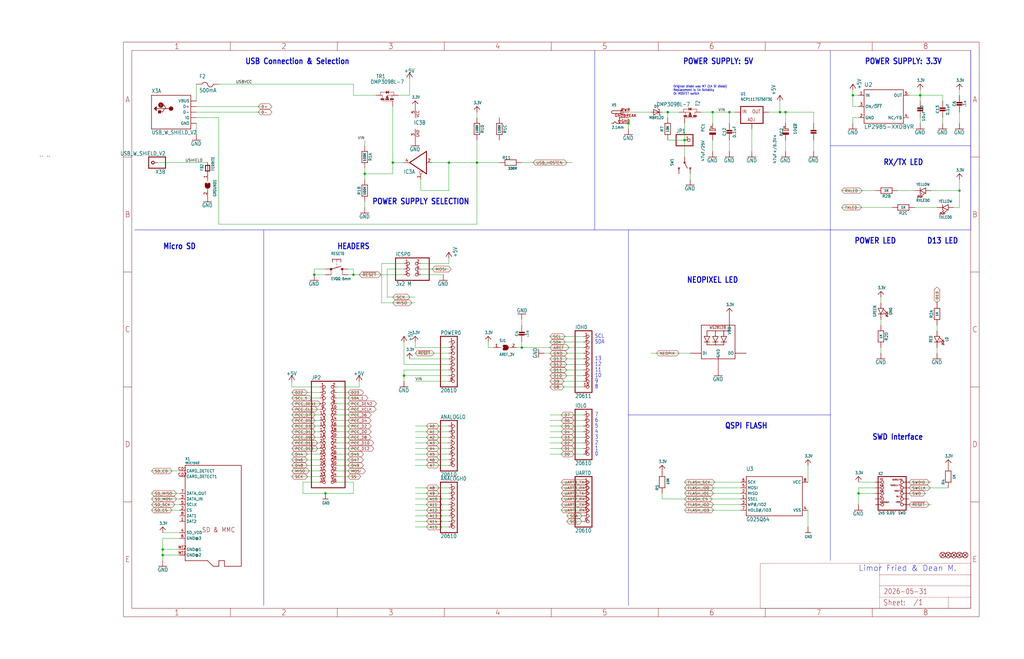
<source format=kicad_sch>
(kicad_sch (version 20230121) (generator eeschema)
  (paper "User" 463.55 298.602)
  (junction (at 177.8 73.66))
  (junction (at 330.2 50.8))
  (junction (at 142.24 124.46))
  (junction (at 386.08 43.18))
  (junction (at 215.9 73.66))
  (junction (at 165.1 78.74))
  (junction (at 203.2 73.66))
  (junction (at 355.6 50.8))
  (junction (at 73.66 251.46))
  (junction (at 147.32 223.52))
  (junction (at 322.58 50.8))
  (junction (at 434.34 86.36))
  (junction (at 284.48 55.88))
  (junction (at 353.06 50.8))
  (junction (at 309.88 63.5))
  (junction (at 236.22 157.48))
  (junction (at 302.26 50.8))
  (junction (at 182.88 170.18))
  (junction (at 73.66 248.92))
  (junction (at 416.56 43.18))
  (junction (at 160.02 124.46))
  (junction (at 388.62 223.52))
  (wire (pts (xy 264.16 231.14) (xy 254 231.14)) (stroke (width 0.1524)))
  (polyline (pts (xy 375.92 104.14) (xy 375.92 187.96)) (stroke (width 0.1524) (type solid)))
  (wire (pts (xy 165.1 78.74) (xy 177.8 78.74)) (stroke (width 0.1524)))
  (wire (pts (xy 81.28 228.6) (xy 68.58 228.6)) (stroke (width 0.1524)))
  (wire (pts (xy 264.16 160.02) (xy 246.38 160.02)) (stroke (width 0.1524)))
  (wire (pts (xy 187.96 172.72) (xy 203.2 172.72)) (stroke (width 0.1524)))
  (wire (pts (xy 309.88 63.5) (xy 309.88 55.88)) (stroke (width 0.1524)))
  (wire (pts (xy 172.72 137.16) (xy 187.96 137.16)) (stroke (width 0.1524)))
  (wire (pts (xy 322.58 55.88) (xy 322.58 50.8)) (stroke (width 0.1524)))
  (wire (pts (xy 195.58 73.66) (xy 203.2 73.66)) (stroke (width 0.1524)))
  (wire (pts (xy 180.34 43.18) (xy 185.42 43.18)) (stroke (width 0.1524)))
  (wire (pts (xy 182.88 119.38) (xy 172.72 119.38)) (stroke (width 0.1524)))
  (wire (pts (xy 353.06 45.72) (xy 353.06 50.8)) (stroke (width 0.1524)))
  (wire (pts (xy 160.02 218.44) (xy 152.4 218.44)) (stroke (width 0.1524)))
  (wire (pts (xy 355.6 50.8) (xy 368.3 50.8)) (stroke (width 0.1524)))
  (wire (pts (xy 144.78 205.74) (xy 132.08 205.74)) (stroke (width 0.1524)))
  (wire (pts (xy 256.54 236.22) (xy 264.16 236.22)) (stroke (width 0.1524)))
  (wire (pts (xy 264.16 172.72) (xy 248.92 172.72)) (stroke (width 0.1524)))
  (wire (pts (xy 177.8 48.26) (xy 177.8 73.66)) (stroke (width 0.1524)))
  (wire (pts (xy 414.02 93.98) (xy 424.18 93.98)) (stroke (width 0.1524)))
  (wire (pts (xy 81.28 251.46) (xy 73.66 251.46)) (stroke (width 0.1524)))
  (wire (pts (xy 144.78 190.5) (xy 132.08 190.5)) (stroke (width 0.1524)))
  (wire (pts (xy 99.06 38.1) (xy 160.02 38.1)) (stroke (width 0.1524)))
  (wire (pts (xy 434.34 93.98) (xy 434.34 86.36)) (stroke (width 0.1524)))
  (wire (pts (xy 144.78 208.28) (xy 132.08 208.28)) (stroke (width 0.1524)))
  (wire (pts (xy 264.16 223.52) (xy 254 223.52)) (stroke (width 0.1524)))
  (wire (pts (xy 299.72 50.8) (xy 302.26 50.8)) (stroke (width 0.1524)))
  (wire (pts (xy 264.16 190.5) (xy 248.92 190.5)) (stroke (width 0.1524)))
  (wire (pts (xy 144.78 175.26) (xy 132.08 175.26)) (stroke (width 0.1524)))
  (wire (pts (xy 152.4 203.2) (xy 162.56 203.2)) (stroke (width 0.1524)))
  (wire (pts (xy 99.06 101.6) (xy 215.9 101.6)) (stroke (width 0.1524)))
  (wire (pts (xy 264.16 154.94) (xy 248.92 154.94)) (stroke (width 0.1524)))
  (wire (pts (xy 147.32 223.52) (xy 160.02 223.52)) (stroke (width 0.1524)))
  (wire (pts (xy 81.28 213.36) (xy 68.58 213.36)) (stroke (width 0.1524)))
  (wire (pts (xy 144.78 193.04) (xy 132.08 193.04)) (stroke (width 0.1524)))
  (wire (pts (xy 88.9 48.26) (xy 119.38 48.26)) (stroke (width 0.1524)))
  (wire (pts (xy 81.28 243.84) (xy 73.66 243.84)) (stroke (width 0.1524)))
  (wire (pts (xy 203.2 86.36) (xy 203.2 73.66)) (stroke (width 0.1524)))
  (wire (pts (xy 182.88 167.64) (xy 182.88 170.18)) (stroke (width 0.1524)))
  (wire (pts (xy 187.96 198.12) (xy 203.2 198.12)) (stroke (width 0.1524)))
  (wire (pts (xy 398.78 157.48) (xy 398.78 160.02)) (stroke (width 0.1524)))
  (wire (pts (xy 203.2 170.18) (xy 182.88 170.18)) (stroke (width 0.1524)))
  (wire (pts (xy 203.2 195.58) (xy 187.96 195.58)) (stroke (width 0.1524)))
  (wire (pts (xy 421.64 86.36) (xy 434.34 86.36)) (stroke (width 0.1524)))
  (polyline (pts (xy 439.42 66.04) (xy 439.42 104.14)) (stroke (width 0.1524) (type solid)))
  (wire (pts (xy 411.48 43.18) (xy 416.56 43.18)) (stroke (width 0.1524)))
  (wire (pts (xy 152.4 180.34) (xy 162.56 180.34)) (stroke (width 0.1524)))
  (wire (pts (xy 264.16 205.74) (xy 248.92 205.74)) (stroke (width 0.1524)))
  (wire (pts (xy 137.16 223.52) (xy 147.32 223.52)) (stroke (width 0.1524)))
  (wire (pts (xy 152.4 195.58) (xy 162.56 195.58)) (stroke (width 0.1524)))
  (wire (pts (xy 340.36 68.58) (xy 340.36 58.42)) (stroke (width 0.1524)))
  (wire (pts (xy 152.4 205.74) (xy 162.56 205.74)) (stroke (width 0.1524)))
  (wire (pts (xy 144.78 218.44) (xy 137.16 218.44)) (stroke (width 0.1524)))
  (polyline (pts (xy 375.92 66.04) (xy 439.42 66.04)) (stroke (width 0.1524) (type solid)))
  (wire (pts (xy 203.2 233.68) (xy 187.96 233.68)) (stroke (width 0.1524)))
  (wire (pts (xy 203.2 165.1) (xy 182.88 165.1)) (stroke (width 0.1524)))
  (wire (pts (xy 187.96 203.2) (xy 203.2 203.2)) (stroke (width 0.1524)))
  (wire (pts (xy 424.18 132.08) (xy 424.18 137.16)) (stroke (width 0.1524)))
  (polyline (pts (xy 439.42 22.86) (xy 439.42 66.04)) (stroke (width 0.1524) (type solid)))
  (polyline (pts (xy 284.48 104.14) (xy 269.24 104.14)) (stroke (width 0.1524) (type solid)))
  (wire (pts (xy 187.96 193.04) (xy 203.2 193.04)) (stroke (width 0.1524)))
  (wire (pts (xy 144.78 213.36) (xy 132.08 213.36)) (stroke (width 0.1524)))
  (wire (pts (xy 187.96 157.48) (xy 203.2 157.48)) (stroke (width 0.1524)))
  (wire (pts (xy 309.88 220.98) (xy 335.28 220.98)) (stroke (width 0.1524)))
  (wire (pts (xy 203.2 228.6) (xy 187.96 228.6)) (stroke (width 0.1524)))
  (wire (pts (xy 190.5 86.36) (xy 203.2 86.36)) (stroke (width 0.1524)))
  (wire (pts (xy 152.4 175.26) (xy 162.56 175.26)) (stroke (width 0.1524)))
  (wire (pts (xy 144.78 182.88) (xy 132.08 182.88)) (stroke (width 0.1524)))
  (wire (pts (xy 424.18 147.32) (xy 424.18 149.86)) (stroke (width 0.1524)))
  (wire (pts (xy 73.66 241.3) (xy 81.28 241.3)) (stroke (width 0.1524)))
  (wire (pts (xy 330.2 63.5) (xy 330.2 68.58)) (stroke (width 0.1524)))
  (wire (pts (xy 299.72 226.06) (xy 335.28 226.06)) (stroke (width 0.1524)))
  (wire (pts (xy 248.92 175.26) (xy 264.16 175.26)) (stroke (width 0.1524)))
  (polyline (pts (xy 375.92 66.04) (xy 375.92 104.14)) (stroke (width 0.1524) (type solid)))
  (wire (pts (xy 68.58 231.14) (xy 81.28 231.14)) (stroke (width 0.1524)))
  (wire (pts (xy 152.4 210.82) (xy 162.56 210.82)) (stroke (width 0.1524)))
  (wire (pts (xy 157.48 124.46) (xy 160.02 124.46)) (stroke (width 0.1524)))
  (wire (pts (xy 203.2 116.84) (xy 203.2 119.38)) (stroke (width 0.1524)))
  (wire (pts (xy 332.74 50.8) (xy 330.2 50.8)) (stroke (width 0.1524)))
  (wire (pts (xy 416.56 40.64) (xy 416.56 43.18)) (stroke (width 0.1524)))
  (wire (pts (xy 386.08 43.18) (xy 388.62 43.18)) (stroke (width 0.1524)))
  (wire (pts (xy 203.2 200.66) (xy 187.96 200.66)) (stroke (width 0.1524)))
  (wire (pts (xy 264.16 195.58) (xy 248.92 195.58)) (stroke (width 0.1524)))
  (wire (pts (xy 160.02 43.18) (xy 170.18 43.18)) (stroke (width 0.1524)))
  (wire (pts (xy 335.28 231.14) (xy 309.88 231.14)) (stroke (width 0.1524)))
  (wire (pts (xy 203.2 220.98) (xy 187.96 220.98)) (stroke (width 0.1524)))
  (wire (pts (xy 144.78 210.82) (xy 132.08 210.82)) (stroke (width 0.1524)))
  (polyline (pts (xy 375.92 104.14) (xy 439.42 104.14)) (stroke (width 0.1524) (type solid)))
  (wire (pts (xy 386.08 53.34) (xy 386.08 55.88)) (stroke (width 0.1524)))
  (wire (pts (xy 190.5 121.92) (xy 203.2 121.92)) (stroke (width 0.1524)))
  (wire (pts (xy 132.08 175.26) (xy 132.08 172.72)) (stroke (width 0.1524)))
  (wire (pts (xy 416.56 43.18) (xy 426.72 43.18)) (stroke (width 0.1524)))
  (wire (pts (xy 152.4 190.5) (xy 162.56 190.5)) (stroke (width 0.1524)))
  (wire (pts (xy 220.98 157.48) (xy 220.98 154.94)) (stroke (width 0.1524)))
  (wire (pts (xy 411.48 228.6) (xy 421.64 228.6)) (stroke (width 0.1524)))
  (wire (pts (xy 398.78 147.32) (xy 398.78 144.78)) (stroke (width 0.1524)))
  (wire (pts (xy 144.78 195.58) (xy 132.08 195.58)) (stroke (width 0.1524)))
  (wire (pts (xy 147.32 121.92) (xy 142.24 121.92)) (stroke (width 0.1524)))
  (wire (pts (xy 99.06 53.34) (xy 99.06 101.6)) (stroke (width 0.1524)))
  (wire (pts (xy 264.16 218.44) (xy 254 218.44)) (stroke (width 0.1524)))
  (wire (pts (xy 223.52 157.48) (xy 220.98 157.48)) (stroke (width 0.1524)))
  (wire (pts (xy 368.3 50.8) (xy 368.3 55.88)) (stroke (width 0.1524)))
  (wire (pts (xy 73.66 251.46) (xy 73.66 254)) (stroke (width 0.1524)))
  (wire (pts (xy 187.96 154.94) (xy 187.96 157.48)) (stroke (width 0.1524)))
  (wire (pts (xy 73.66 243.84) (xy 73.66 248.92)) (stroke (width 0.1524)))
  (wire (pts (xy 284.48 55.88) (xy 284.48 58.42)) (stroke (width 0.1524)))
  (wire (pts (xy 203.2 208.28) (xy 187.96 208.28)) (stroke (width 0.1524)))
  (wire (pts (xy 175.26 121.92) (xy 175.26 134.62)) (stroke (width 0.1524)))
  (wire (pts (xy 299.72 223.52) (xy 299.72 226.06)) (stroke (width 0.1524)))
  (wire (pts (xy 147.32 124.46) (xy 142.24 124.46)) (stroke (width 0.1524)))
  (polyline (pts (xy 375.92 22.86) (xy 375.92 66.04)) (stroke (width 0.1524) (type solid)))
  (wire (pts (xy 185.42 43.18) (xy 185.42 35.56)) (stroke (width 0.1524)))
  (wire (pts (xy 236.22 157.48) (xy 233.68 157.48)) (stroke (width 0.1524)))
  (wire (pts (xy 431.8 93.98) (xy 434.34 93.98)) (stroke (width 0.1524)))
  (polyline (pts (xy 375.92 187.96) (xy 375.92 254)) (stroke (width 0.1524) (type solid)))
  (wire (pts (xy 203.2 73.66) (xy 215.9 73.66)) (stroke (width 0.1524)))
  (wire (pts (xy 215.9 101.6) (xy 215.9 73.66)) (stroke (width 0.1524)))
  (wire (pts (xy 187.96 160.02) (xy 203.2 160.02)) (stroke (width 0.1524)))
  (wire (pts (xy 330.2 50.8) (xy 330.2 55.88)) (stroke (width 0.1524)))
  (wire (pts (xy 203.2 167.64) (xy 182.88 167.64)) (stroke (width 0.1524)))
  (wire (pts (xy 434.34 86.36) (xy 434.34 81.28)) (stroke (width 0.1524)))
  (wire (pts (xy 264.16 152.4) (xy 248.92 152.4)) (stroke (width 0.1524)))
  (wire (pts (xy 152.4 193.04) (xy 162.56 193.04)) (stroke (width 0.1524)))
  (wire (pts (xy 200.66 124.46) (xy 190.5 124.46)) (stroke (width 0.1524)))
  (wire (pts (xy 388.62 220.98) (xy 388.62 223.52)) (stroke (width 0.1524)))
  (wire (pts (xy 396.24 220.98) (xy 388.62 220.98)) (stroke (width 0.1524)))
  (wire (pts (xy 142.24 121.92) (xy 142.24 124.46)) (stroke (width 0.1524)))
  (wire (pts (xy 416.56 43.18) (xy 416.56 45.72)) (stroke (width 0.1524)))
  (polyline (pts (xy 119.38 104.14) (xy 119.38 274.32)) (stroke (width 0.1524) (type solid)))
  (wire (pts (xy 152.4 185.42) (xy 162.56 185.42)) (stroke (width 0.1524)))
  (wire (pts (xy 203.2 210.82) (xy 187.96 210.82)) (stroke (width 0.1524)))
  (wire (pts (xy 248.92 162.56) (xy 264.16 162.56)) (stroke (width 0.1524)))
  (wire (pts (xy 152.4 213.36) (xy 162.56 213.36)) (stroke (width 0.1524)))
  (wire (pts (xy 236.22 154.94) (xy 236.22 157.48)) (stroke (width 0.1524)))
  (wire (pts (xy 203.2 238.76) (xy 187.96 238.76)) (stroke (width 0.1524)))
  (wire (pts (xy 416.56 53.34) (xy 416.56 55.88)) (stroke (width 0.1524)))
  (wire (pts (xy 353.06 50.8) (xy 355.6 50.8)) (stroke (width 0.1524)))
  (wire (pts (xy 144.78 177.8) (xy 132.08 177.8)) (stroke (width 0.1524)))
  (wire (pts (xy 284.48 50.8) (xy 294.64 50.8)) (stroke (width 0.1524)))
  (wire (pts (xy 152.4 215.9) (xy 162.56 215.9)) (stroke (width 0.1524)))
  (polyline (pts (xy 284.48 274.32) (xy 284.48 187.96)) (stroke (width 0.1524) (type solid)))
  (wire (pts (xy 365.76 210.82) (xy 365.76 218.44)) (stroke (width 0.1524)))
  (wire (pts (xy 190.5 81.28) (xy 190.5 86.36)) (stroke (width 0.1524)))
  (wire (pts (xy 157.48 121.92) (xy 160.02 121.92)) (stroke (width 0.1524)))
  (wire (pts (xy 259.08 73.66) (xy 236.22 73.66)) (stroke (width 0.1524)))
  (wire (pts (xy 396.24 218.44) (xy 388.62 218.44)) (stroke (width 0.1524)))
  (wire (pts (xy 388.62 48.26) (xy 386.08 48.26)) (stroke (width 0.1524)))
  (wire (pts (xy 312.42 78.74) (xy 312.42 81.28)) (stroke (width 0.1524)))
  (wire (pts (xy 144.78 187.96) (xy 132.08 187.96)) (stroke (width 0.1524)))
  (wire (pts (xy 335.28 218.44) (xy 309.88 218.44)) (stroke (width 0.1524)))
  (wire (pts (xy 248.92 203.2) (xy 264.16 203.2)) (stroke (width 0.1524)))
  (wire (pts (xy 203.2 231.14) (xy 187.96 231.14)) (stroke (width 0.1524)))
  (wire (pts (xy 284.48 53.34) (xy 284.48 55.88)) (stroke (width 0.1524)))
  (wire (pts (xy 264.16 228.6) (xy 254 228.6)) (stroke (width 0.1524)))
  (wire (pts (xy 144.78 180.34) (xy 132.08 180.34)) (stroke (width 0.1524)))
  (wire (pts (xy 165.1 81.28) (xy 165.1 78.74)) (stroke (width 0.1524)))
  (polyline (pts (xy 269.24 104.14) (xy 269.24 22.86)) (stroke (width 0.1524) (type solid)))
  (wire (pts (xy 256.54 233.68) (xy 264.16 233.68)) (stroke (width 0.1524)))
  (wire (pts (xy 386.08 40.64) (xy 386.08 43.18)) (stroke (width 0.1524)))
  (wire (pts (xy 248.92 198.12) (xy 264.16 198.12)) (stroke (width 0.1524)))
  (wire (pts (xy 248.92 187.96) (xy 264.16 187.96)) (stroke (width 0.1524)))
  (wire (pts (xy 264.16 157.48) (xy 236.22 157.48)) (stroke (width 0.1524)))
  (wire (pts (xy 88.9 38.1) (xy 88.9 45.72)) (stroke (width 0.1524)))
  (wire (pts (xy 172.72 119.38) (xy 172.72 137.16)) (stroke (width 0.1524)))
  (wire (pts (xy 368.3 63.5) (xy 368.3 68.58)) (stroke (width 0.1524)))
  (wire (pts (xy 302.26 53.34) (xy 302.26 50.8)) (stroke (width 0.1524)))
  (wire (pts (xy 434.34 50.8) (xy 434.34 55.88)) (stroke (width 0.1524)))
  (wire (pts (xy 335.28 228.6) (xy 309.88 228.6)) (stroke (width 0.1524)))
  (wire (pts (xy 426.72 53.34) (xy 426.72 55.88)) (stroke (width 0.1524)))
  (wire (pts (xy 355.6 50.8) (xy 355.6 55.88)) (stroke (width 0.1524)))
  (wire (pts (xy 160.02 121.92) (xy 160.02 124.46)) (stroke (width 0.1524)))
  (wire (pts (xy 182.88 124.46) (xy 160.02 124.46)) (stroke (width 0.1524)))
  (wire (pts (xy 426.72 43.18) (xy 426.72 45.72)) (stroke (width 0.1524)))
  (wire (pts (xy 182.88 121.92) (xy 175.26 121.92)) (stroke (width 0.1524)))
  (wire (pts (xy 312.42 160.02) (xy 294.64 160.02)) (stroke (width 0.1524)))
  (wire (pts (xy 152.4 198.12) (xy 162.56 198.12)) (stroke (width 0.1524)))
  (wire (pts (xy 386.08 48.26) (xy 386.08 43.18)) (stroke (width 0.1524)))
  (wire (pts (xy 144.78 203.2) (xy 132.08 203.2)) (stroke (width 0.1524)))
  (wire (pts (xy 144.78 200.66) (xy 132.08 200.66)) (stroke (width 0.1524)))
  (wire (pts (xy 73.66 248.92) (xy 73.66 251.46)) (stroke (width 0.1524)))
  (wire (pts (xy 396.24 86.36) (xy 381 86.36)) (stroke (width 0.1524)))
  (wire (pts (xy 215.9 63.5) (xy 215.9 73.66)) (stroke (width 0.1524)))
  (wire (pts (xy 347.98 50.8) (xy 353.06 50.8)) (stroke (width 0.1524)))
  (polyline (pts (xy 119.38 104.14) (xy 269.24 104.14)) (stroke (width 0.1524) (type solid)))
  (wire (pts (xy 264.16 226.06) (xy 254 226.06)) (stroke (width 0.1524)))
  (wire (pts (xy 388.62 53.34) (xy 386.08 53.34)) (stroke (width 0.1524)))
  (wire (pts (xy 144.78 215.9) (xy 132.08 215.9)) (stroke (width 0.1524)))
  (wire (pts (xy 429.26 220.98) (xy 411.48 220.98)) (stroke (width 0.1524)))
  (polyline (pts (xy 375.92 187.96) (xy 284.48 187.96)) (stroke (width 0.1524) (type solid)))
  (wire (pts (xy 203.2 119.38) (xy 190.5 119.38)) (stroke (width 0.1524)))
  (wire (pts (xy 137.16 218.44) (xy 137.16 223.52)) (stroke (width 0.1524)))
  (wire (pts (xy 165.1 66.04) (xy 165.1 63.5)) (stroke (width 0.1524)))
  (wire (pts (xy 355.6 63.5) (xy 355.6 68.58)) (stroke (width 0.1524)))
  (wire (pts (xy 236.22 147.32) (xy 236.22 144.78)) (stroke (width 0.1524)))
  (wire (pts (xy 309.88 63.5) (xy 309.88 71.12)) (stroke (width 0.1524)))
  (wire (pts (xy 152.4 187.96) (xy 162.56 187.96)) (stroke (width 0.1524)))
  (wire (pts (xy 203.2 226.06) (xy 187.96 226.06)) (stroke (width 0.1524)))
  (wire (pts (xy 365.76 238.76) (xy 365.76 231.14)) (stroke (width 0.1524)))
  (wire (pts (xy 248.92 170.18) (xy 264.16 170.18)) (stroke (width 0.1524)))
  (wire (pts (xy 152.4 200.66) (xy 162.56 200.66)) (stroke (width 0.1524)))
  (wire (pts (xy 203.2 162.56) (xy 185.42 162.56)) (stroke (width 0.1524)))
  (wire (pts (xy 335.28 223.52) (xy 309.88 223.52)) (stroke (width 0.1524)))
  (wire (pts (xy 406.4 86.36) (xy 414.02 86.36)) (stroke (width 0.1524)))
  (wire (pts (xy 411.48 218.44) (xy 421.64 218.44)) (stroke (width 0.1524)))
  (wire (pts (xy 88.9 55.88) (xy 88.9 60.96)) (stroke (width 0.1524)))
  (wire (pts (xy 203.2 223.52) (xy 187.96 223.52)) (stroke (width 0.1524)))
  (wire (pts (xy 322.58 68.58) (xy 322.58 63.5)) (stroke (width 0.1524)))
  (wire (pts (xy 144.78 185.42) (xy 132.08 185.42)) (stroke (width 0.1524)))
  (wire (pts (xy 309.88 63.5) (xy 302.26 63.5)) (stroke (width 0.1524)))
  (wire (pts (xy 330.2 50.8) (xy 322.58 50.8)) (stroke (width 0.1524)))
  (wire (pts (xy 302.26 50.8) (xy 307.34 50.8)) (stroke (width 0.1524)))
  (wire (pts (xy 434.34 43.18) (xy 434.34 40.64)) (stroke (width 0.1524)))
  (wire (pts (xy 248.92 165.1) (xy 264.16 165.1)) (stroke (width 0.1524)))
  (wire (pts (xy 88.9 53.34) (xy 99.06 53.34)) (stroke (width 0.1524)))
  (wire (pts (xy 177.8 78.74) (xy 177.8 73.66)) (stroke (width 0.1524)))
  (wire (pts (xy 88.9 50.8) (xy 119.38 50.8)) (stroke (width 0.1524)))
  (wire (pts (xy 215.9 53.34) (xy 215.9 50.8)) (stroke (width 0.1524)))
  (wire (pts (xy 424.18 160.02) (xy 424.18 157.48)) (stroke (width 0.1524)))
  (wire (pts (xy 152.4 208.28) (xy 162.56 208.28)) (stroke (width 0.1524)))
  (wire (pts (xy 182.88 154.94) (xy 182.88 165.1)) (stroke (width 0.1524)))
  (wire (pts (xy 165.1 93.98) (xy 165.1 91.44)) (stroke (width 0.1524)))
  (wire (pts (xy 182.88 73.66) (xy 177.8 73.66)) (stroke (width 0.1524)))
  (wire (pts (xy 264.16 220.98) (xy 254 220.98)) (stroke (width 0.1524)))
  (wire (pts (xy 165.1 78.74) (xy 165.1 76.2)) (stroke (width 0.1524)))
  (polyline (pts (xy 60.96 104.14) (xy 119.38 104.14)) (stroke (width 0.1524) (type solid)))
  (wire (pts (xy 388.62 223.52) (xy 388.62 228.6)) (stroke (width 0.1524)))
  (wire (pts (xy 264.16 167.64) (xy 248.92 167.64)) (stroke (width 0.1524)))
  (wire (pts (xy 152.4 177.8) (xy 162.56 177.8)) (stroke (width 0.1524)))
  (wire (pts (xy 396.24 223.52) (xy 388.62 223.52)) (stroke (width 0.1524)))
  (wire (pts (xy 152.4 182.88) (xy 162.56 182.88)) (stroke (width 0.1524)))
  (wire (pts (xy 162.56 175.26) (xy 162.56 172.72)) (stroke (width 0.1524)))
  (polyline (pts (xy 375.92 104.14) (xy 284.48 104.14)) (stroke (width 0.1524) (type solid)))
  (wire (pts (xy 81.28 248.92) (xy 73.66 248.92)) (stroke (width 0.1524)))
  (wire (pts (xy 203.2 205.74) (xy 187.96 205.74)) (stroke (width 0.1524)))
  (wire (pts (xy 411.48 223.52) (xy 419.1 223.52)) (stroke (width 0.1524)))
  (wire (pts (xy 248.92 193.04) (xy 264.16 193.04)) (stroke (width 0.1524)))
  (wire (pts (xy 71.12 73.66) (xy 93.98 73.66)) (stroke (width 0.1524)))
  (wire (pts (xy 144.78 198.12) (xy 132.08 198.12)) (stroke (width 0.1524)))
  (wire (pts (xy 160.02 38.1) (xy 160.02 43.18)) (stroke (width 0.1524)))
  (wire (pts (xy 317.5 50.8) (xy 322.58 50.8)) (stroke (width 0.1524)))
  (wire (pts (xy 215.9 73.66) (xy 226.06 73.66)) (stroke (width 0.1524)))
  (wire (pts (xy 81.28 223.52) (xy 68.58 223.52)) (stroke (width 0.1524)))
  (wire (pts (xy 160.02 223.52) (xy 160.02 218.44)) (stroke (width 0.1524)))
  (wire (pts (xy 203.2 236.22) (xy 187.96 236.22)) (stroke (width 0.1524)))
  (wire (pts (xy 68.58 226.06) (xy 81.28 226.06)) (stroke (width 0.1524)))
  (wire (pts (xy 398.78 134.62) (xy 398.78 137.16)) (stroke (width 0.1524)))
  (wire (pts (xy 175.26 134.62) (xy 187.96 134.62)) (stroke (width 0.1524)))
  (wire (pts (xy 264.16 200.66) (xy 248.92 200.66)) (stroke (width 0.1524)))
  (wire (pts (xy 182.88 170.18) (xy 182.88 172.72)) (stroke (width 0.1524)))
  (wire (pts (xy 381 93.98) (xy 403.86 93.98)) (stroke (width 0.1524)))
  (polyline (pts (xy 284.48 187.96) (xy 284.48 104.14)) (stroke (width 0.1524) (type solid)))
  (text "HEADERS" (at 160.02 111.76 0) (effects (font (size 2.54 2.159) (thickness 0.4318) bold)))
  (text "POWER SUPPLY: 3.3V" (at 408.94 27.94 0) (effects (font (size 2.54 2.159) (thickness 0.4318) bold)))
  (text "POWER SUPPLY SELECTION" (at 190.5 91.44 0) (effects (font (size 2.54 2.159) (thickness 0.4318) bold)))
  (text "5" (at 269.24 193.04 0) (effects (font (size 1.778 1.5113)) (justify left)))
  (text "11" (at 269.24 167.64 0) (effects (font (size 1.778 1.5113)) (justify left)))
  (text "Limor Fried & Dean M." (at 388.62 259.08 0) (effects (font (size 2.54 2.54)) (justify left bottom)))
  (text "12" (at 269.24 165.1 0) (effects (font (size 1.778 1.5113)) (justify left)))
  (text "QSPI FLASH" (at 337.82 193.04 0) (effects (font (size 2.54 2.159) (thickness 0.4318) bold)))
  (text "D13 LED" (at 426.72 109.22 0) (effects (font (size 2.54 2.159) (thickness 0.4318) bold)))
  (text "NEOPIXEL LED" (at 322.58 127 0) (effects (font (size 2.54 2.159) (thickness 0.4318) bold)))
  (text "Micro SD" (at 81.28 111.76 0) (effects (font (size 2.54 2.159) (thickness 0.4318) bold)))
  (text "USB Connection & Selection" (at 134.62 27.94 0) (effects (font (size 2.54 2.159) (thickness 0.4318) bold)))
  (text "1" (at 269.24 203.2 0) (effects (font (size 1.778 1.5113)) (justify left)))
  (text "Original diode was M7 (1A Si diode)\nReplacement is 1A Schottky\nOr MOSFET switch" (at 304.8 43.18 0) (effects (font (size 1.016 0.8636)) (justify left bottom)))
  (text "7" (at 269.24 187.96 0) (effects (font (size 1.778 1.5113)) (justify left)))
  (text "2" (at 269.24 200.66 0) (effects (font (size 1.778 1.5113)) (justify left)))
  (text "POWER LED" (at 396.24 109.22 0) (effects (font (size 2.54 2.159) (thickness 0.4318) bold)))
  (text "13" (at 269.24 162.56 0) (effects (font (size 1.778 1.5113)) (justify left)))
  (text "4" (at 269.24 195.58 0) (effects (font (size 1.778 1.5113)) (justify left)))
  (text "10" (at 269.24 170.18 0) (effects (font (size 1.778 1.5113)) (justify left)))
  (text "\" \"" (at 17.78 73.66 0) (effects (font (size 2.54 2.159)) (justify left bottom)))
  (text "9" (at 269.24 172.72 0) (effects (font (size 1.778 1.5113)) (justify left)))
  (text "POWER SUPPLY: 5V" (at 325.12 27.94 0) (effects (font (size 2.54 2.159) (thickness 0.4318) bold)))
  (text "SCL" (at 269.24 152.4 0) (effects (font (size 1.778 1.5113)) (justify left)))
  (text "0" (at 269.24 205.74 0) (effects (font (size 1.778 1.5113)) (justify left)))
  (text "RX/TX LED" (at 408.94 73.66 0) (effects (font (size 2.54 2.159) (thickness 0.4318) bold)))
  (text "3" (at 269.24 198.12 0) (effects (font (size 1.778 1.5113)) (justify left)))
  (text "6" (at 269.24 190.5 0) (effects (font (size 1.778 1.5113)) (justify left)))
  (text "8" (at 269.24 175.26 0) (effects (font (size 1.778 1.5113)) (justify left)))
  (text "SWD Interface" (at 406.4 198.12 0) (effects (font (size 2.54 2.159) (thickness 0.4318) bold)))
  (text "SDA" (at 269.24 154.94 0) (effects (font (size 1.778 1.5113)) (justify left)))
  (label "VIN" (at 325.12 50.8 0) (effects (font (size 1.2446 1.2446))))
  (label "USHIELD" (at 83.82 73.66 0) (effects (font (size 1.2446 1.2446))))
  (label "VIN" (at 187.96 172.72 0) (effects (font (size 1.2446 1.2446))))
  (label "VIN" (at 165.1 63.5 180) (effects (font (size 1.2446 1.2446))))
  (label "USBVCC" (at 106.68 38.1 0) (effects (font (size 1.2446 1.2446))))
  (global_label "SCL_1" (shape bidirectional) (at 132.08 180.34 0) (effects (font (size 1.2446 1.2446))) (property "Intersheetrefs" "${INTERSHEET_REFS}" (effects hide)))
  (global_label "SS" (shape bidirectional) (at 157.48 215.9 0) (effects (font (size 1.2446 1.2446))) (property "Intersheetrefs" "${INTERSHEET_REFS}" (effects hide)))
  (global_label "A3" (shape bidirectional) (at 193.04 200.66 0) (effects (font (size 1.2446 1.2446))) (property "Intersheetrefs" "${INTERSHEET_REFS}" (effects hide)))
  (global_label "PCC_D5" (shape bidirectional) (at 132.08 190.5 0) (effects (font (size 1.2446 1.2446))) (property "Intersheetrefs" "${INTERSHEET_REFS}" (effects hide)))
  (global_label "FLASH_IO2" (shape bidirectional) (at 309.88 228.6 0) (effects (font (size 1.2446 1.2446))) (property "Intersheetrefs" "${INTERSHEET_REFS}" (effects hide)))
  (global_label "~{RESET}" (shape bidirectional) (at 411.48 228.6 0) (effects (font (size 1.2446 1.2446))) (property "Intersheetrefs" "${INTERSHEET_REFS}" (effects hide)))
  (global_label "MOSI" (shape bidirectional) (at 195.58 121.92 0) (effects (font (size 1.3513 1.3513))) (property "Intersheetrefs" "${INTERSHEET_REFS}" (effects hide)))
  (global_label "NEOPIX" (shape bidirectional) (at 297.18 160.02 0) (effects (font (size 1.2446 1.2446))) (property "Intersheetrefs" "${INTERSHEET_REFS}" (effects hide)))
  (global_label "SD_CD" (shape bidirectional) (at 68.58 213.36 0) (effects (font (size 1.2446 1.2446))) (property "Intersheetrefs" "${INTERSHEET_REFS}" (effects hide)))
  (global_label "SD_SCK" (shape bidirectional) (at 68.58 228.6 0) (effects (font (size 1.2446 1.2446))) (property "Intersheetrefs" "${INTERSHEET_REFS}" (effects hide)))
  (global_label "A5" (shape bidirectional) (at 193.04 205.74 0) (effects (font (size 1.2446 1.2446))) (property "Intersheetrefs" "${INTERSHEET_REFS}" (effects hide)))
  (global_label "D46" (shape bidirectional) (at 132.08 208.28 0) (effects (font (size 1.2446 1.2446))) (property "Intersheetrefs" "${INTERSHEET_REFS}" (effects hide)))
  (global_label "MISO" (shape bidirectional) (at 132.08 213.36 0) (effects (font (size 1.2446 1.2446))) (property "Intersheetrefs" "${INTERSHEET_REFS}" (effects hide)))
  (global_label "UART2_TX" (shape bidirectional) (at 254 223.52 0) (effects (font (size 1.2446 1.2446))) (property "Intersheetrefs" "${INTERSHEET_REFS}" (effects hide)))
  (global_label "SDA" (shape bidirectional) (at 248.92 154.94 0) (effects (font (size 1.2446 1.2446))) (property "Intersheetrefs" "${INTERSHEET_REFS}" (effects hide)))
  (global_label "SWO" (shape bidirectional) (at 411.48 223.52 0) (effects (font (size 1.2446 1.2446))) (property "Intersheetrefs" "${INTERSHEET_REFS}" (effects hide)))
  (global_label "D2" (shape bidirectional) (at 254 200.66 0) (effects (font (size 1.2446 1.2446))) (property "Intersheetrefs" "${INTERSHEET_REFS}" (effects hide)))
  (global_label "PCC_D8" (shape bidirectional) (at 157.48 198.12 0) (effects (font (size 1.2446 1.2446))) (property "Intersheetrefs" "${INTERSHEET_REFS}" (effects hide)))
  (global_label "D23" (shape bidirectional) (at 157.48 177.8 0) (effects (font (size 1.2446 1.2446))) (property "Intersheetrefs" "${INTERSHEET_REFS}" (effects hide)))
  (global_label "PCC_D13" (shape bidirectional) (at 132.08 203.2 0) (effects (font (size 1.2446 1.2446))) (property "Intersheetrefs" "${INTERSHEET_REFS}" (effects hide)))
  (global_label "D9" (shape bidirectional) (at 248.92 172.72 0) (effects (font (size 1.3513 1.3513))) (property "Intersheetrefs" "${INTERSHEET_REFS}" (effects hide)))
  (global_label "D+" (shape bidirectional) (at 116.84 48.26 0) (effects (font (size 1.2446 1.2446))) (property "Intersheetrefs" "${INTERSHEET_REFS}" (effects hide)))
  (global_label "SCK" (shape bidirectional) (at 132.08 215.9 0) (effects (font (size 1.2446 1.2446))) (property "Intersheetrefs" "${INTERSHEET_REFS}" (effects hide)))
  (global_label "FLASH_CS" (shape bidirectional) (at 309.88 226.06 0) (effects (font (size 1.2446 1.2446))) (property "Intersheetrefs" "${INTERSHEET_REFS}" (effects hide)))
  (global_label "RXLED" (shape bidirectional) (at 381 86.36 0) (effects (font (size 1.2446 1.2446))) (property "Intersheetrefs" "${INTERSHEET_REFS}" (effects hide)))
  (global_label "FLASH_IO1" (shape bidirectional) (at 309.88 223.52 0) (effects (font (size 1.2446 1.2446))) (property "Intersheetrefs" "${INTERSHEET_REFS}" (effects hide)))
  (global_label "D7" (shape bidirectional) (at 254 187.96 0) (effects (font (size 1.2446 1.2446))) (property "Intersheetrefs" "${INTERSHEET_REFS}" (effects hide)))
  (global_label "PCC_D7" (shape bidirectional) (at 132.08 187.96 0) (effects (font (size 1.2446 1.2446))) (property "Intersheetrefs" "${INTERSHEET_REFS}" (effects hide)))
  (global_label "A12" (shape bidirectional) (at 193.04 231.14 0) (effects (font (size 1.2446 1.2446))) (property "Intersheetrefs" "${INTERSHEET_REFS}" (effects hide)))
  (global_label "PCC_D2" (shape bidirectional) (at 157.48 193.04 0) (effects (font (size 1.2446 1.2446))) (property "Intersheetrefs" "${INTERSHEET_REFS}" (effects hide)))
  (global_label "D0" (shape bidirectional) (at 254 205.74 0) (effects (font (size 1.2446 1.2446))) (property "Intersheetrefs" "${INTERSHEET_REFS}" (effects hide)))
  (global_label "SDA" (shape bidirectional) (at 256.54 233.68 0) (effects (font (size 1.2446 1.2446))) (property "Intersheetrefs" "${INTERSHEET_REFS}" (effects hide)))
  (global_label "A0" (shape bidirectional) (at 193.04 193.04 0) (effects (font (size 1.2446 1.2446))) (property "Intersheetrefs" "${INTERSHEET_REFS}" (effects hide)))
  (global_label "D22" (shape bidirectional) (at 132.08 177.8 0) (effects (font (size 1.2446 1.2446))) (property "Intersheetrefs" "${INTERSHEET_REFS}" (effects hide)))
  (global_label "A1" (shape bidirectional) (at 193.04 195.58 0) (effects (font (size 1.2446 1.2446))) (property "Intersheetrefs" "${INTERSHEET_REFS}" (effects hide)))
  (global_label "D11" (shape bidirectional) (at 248.92 167.64 0) (effects (font (size 1.3513 1.3513))) (property "Intersheetrefs" "${INTERSHEET_REFS}" (effects hide)))
  (global_label "SD_MOSI" (shape bidirectional) (at 68.58 226.06 0) (effects (font (size 1.2446 1.2446))) (property "Intersheetrefs" "${INTERSHEET_REFS}" (effects hide)))
  (global_label "A8" (shape bidirectional) (at 193.04 220.98 0) (effects (font (size 1.2446 1.2446))) (property "Intersheetrefs" "${INTERSHEET_REFS}" (effects hide)))
  (global_label "FLASH_SCK" (shape bidirectional) (at 309.88 218.44 0) (effects (font (size 1.2446 1.2446))) (property "Intersheetrefs" "${INTERSHEET_REFS}" (effects hide)))
  (global_label "PCC_D0" (shape bidirectional) (at 157.48 195.58 0) (effects (font (size 1.2446 1.2446))) (property "Intersheetrefs" "${INTERSHEET_REFS}" (effects hide)))
  (global_label "A2" (shape bidirectional) (at 193.04 198.12 0) (effects (font (size 1.2446 1.2446))) (property "Intersheetrefs" "${INTERSHEET_REFS}" (effects hide)))
  (global_label "UART3_RX" (shape bidirectional) (at 254 220.98 0) (effects (font (size 1.2446 1.2446))) (property "Intersheetrefs" "${INTERSHEET_REFS}" (effects hide)))
  (global_label "A15" (shape bidirectional) (at 193.04 238.76 0) (effects (font (size 1.2446 1.2446))) (property "Intersheetrefs" "${INTERSHEET_REFS}" (effects hide)))
  (global_label "TXLED" (shape bidirectional) (at 381 93.98 0) (effects (font (size 1.2446 1.2446))) (property "Intersheetrefs" "${INTERSHEET_REFS}" (effects hide)))
  (global_label "UART2_RX" (shape bidirectional) (at 254 226.06 0) (effects (font (size 1.2446 1.2446))) (property "Intersheetrefs" "${INTERSHEET_REFS}" (effects hide)))
  (global_label "D-" (shape bidirectional) (at 116.84 50.8 0) (effects (font (size 1.2446 1.2446))) (property "Intersheetrefs" "${INTERSHEET_REFS}" (effects hide)))
  (global_label "PCC_XCLK" (shape bidirectional) (at 157.48 185.42 0) (effects (font (size 1.2446 1.2446))) (property "Intersheetrefs" "${INTERSHEET_REFS}" (effects hide)))
  (global_label "A6" (shape bidirectional) (at 193.04 208.28 0) (effects (font (size 1.2446 1.2446))) (property "Intersheetrefs" "${INTERSHEET_REFS}" (effects hide)))
  (global_label "A7" (shape bidirectional) (at 193.04 210.82 0) (effects (font (size 1.2446 1.2446))) (property "Intersheetrefs" "${INTERSHEET_REFS}" (effects hide)))
  (global_label "SD_MISO" (shape bidirectional) (at 68.58 223.52 0) (effects (font (size 1.2446 1.2446))) (property "Intersheetrefs" "${INTERSHEET_REFS}" (effects hide)))
  (global_label "A10" (shape bidirectional) (at 193.04 226.06 0) (effects (font (size 1.2446 1.2446))) (property "Intersheetrefs" "${INTERSHEET_REFS}" (effects hide)))
  (global_label "PCC_D3" (shape bidirectional) (at 132.08 193.04 0) (effects (font (size 1.2446 1.2446))) (property "Intersheetrefs" "${INTERSHEET_REFS}" (effects hide)))
  (global_label "D4" (shape bidirectional) (at 254 195.58 0) (effects (font (size 1.2446 1.2446))) (property "Intersheetrefs" "${INTERSHEET_REFS}" (effects hide)))
  (global_label "D3" (shape bidirectional) (at 254 198.12 0) (effects (font (size 1.2446 1.2446))) (property "Intersheetrefs" "${INTERSHEET_REFS}" (effects hide)))
  (global_label "A11" (shape bidirectional) (at 193.04 228.6 0) (effects (font (size 1.2446 1.2446))) (property "Intersheetrefs" "${INTERSHEET_REFS}" (effects hide)))
  (global_label "SCK" (shape bidirectional) (at 177.8 134.62 0) (effects (font (size 1.3513 1.3513))) (property "Intersheetrefs" "${INTERSHEET_REFS}" (effects hide)))
  (global_label "FLASH_IO3" (shape bidirectional) (at 309.88 231.14 0) (effects (font (size 1.2446 1.2446))) (property "Intersheetrefs" "${INTERSHEET_REFS}" (effects hide)))
  (global_label "MISO" (shape bidirectional) (at 177.8 137.16 0) (effects (font (size 1.3513 1.3513))) (property "Intersheetrefs" "${INTERSHEET_REFS}" (effects hide)))
  (global_label "D1" (shape bidirectional) (at 254 203.2 0) (effects (font (size 1.2446 1.2446))) (property "Intersheetrefs" "${INTERSHEET_REFS}" (effects hide)))
  (global_label "PCC_D6" (shape bidirectional) (at 157.48 187.96 0) (effects (font (size 1.2446 1.2446))) (property "Intersheetrefs" "${INTERSHEET_REFS}" (effects hide)))
  (global_label "AREF" (shape bidirectional) (at 248.92 157.48 0) (effects (font (size 1.3513 1.3513))) (property "Intersheetrefs" "${INTERSHEET_REFS}" (effects hide)))
  (global_label "PCC_D1" (shape bidirectional) (at 132.08 195.58 0) (effects (font (size 1.2446 1.2446))) (property "Intersheetrefs" "${INTERSHEET_REFS}" (effects hide)))
  (global_label "PCC_DEN2" (shape bidirectional) (at 157.48 182.88 0) (effects (font (size 1.2446 1.2446))) (property "Intersheetrefs" "${INTERSHEET_REFS}" (effects hide)))
  (global_label "A14" (shape bidirectional) (at 193.04 236.22 0) (effects (font (size 1.2446 1.2446))) (property "Intersheetrefs" "${INTERSHEET_REFS}" (effects hide)))
  (global_label "~{RESET}" (shape bidirectional) (at 187.96 160.02 0) (effects (font (size 1.1735 1.1735))) (property "Intersheetrefs" "${INTERSHEET_REFS}" (effects hide)))
  (global_label "SD_CS" (shape bidirectional) (at 68.58 231.14 0) (effects (font (size 1.2446 1.2446))) (property "Intersheetrefs" "${INTERSHEET_REFS}" (effects hide)))
  (global_label "D8" (shape bidirectional) (at 248.92 175.26 0) (effects (font (size 1.3513 1.3513))) (property "Intersheetrefs" "${INTERSHEET_REFS}" (effects hide)))
  (global_label "D45" (shape bidirectional) (at 157.48 205.74 0) (effects (font (size 1.2446 1.2446))) (property "Intersheetrefs" "${INTERSHEET_REFS}" (effects hide)))
  (global_label "UART1_RX" (shape bidirectional) (at 254 231.14 0) (effects (font (size 1.2446 1.2446))) (property "Intersheetrefs" "${INTERSHEET_REFS}" (effects hide)))
  (global_label "USB_HOSTEN" (shape bidirectional) (at 241.3 73.66 0) (effects (font (size 1.2446 1.2446))) (property "Intersheetrefs" "${INTERSHEET_REFS}" (effects hide)))
  (global_label "GND" (shape bidirectional) (at 248.92 160.02 0) (effects (font (size 1.3513 1.3513))) (property "Intersheetrefs" "${INTERSHEET_REFS}" (effects hide)))
  (global_label "PCC_D10" (shape bidirectional) (at 157.48 200.66 0) (effects (font (size 1.2446 1.2446))) (property "Intersheetrefs" "${INTERSHEET_REFS}" (effects hide)))
  (global_label "PCC_D4" (shape bidirectional) (at 157.48 190.5 0) (effects (font (size 1.2446 1.2446))) (property "Intersheetrefs" "${INTERSHEET_REFS}" (effects hide)))
  (global_label "PCC_CLK" (shape bidirectional) (at 132.08 185.42 0) (effects (font (size 1.2446 1.2446))) (property "Intersheetrefs" "${INTERSHEET_REFS}" (effects hide)))
  (global_label "D47" (shape bidirectional) (at 157.48 208.28 0) (effects (font (size 1.2446 1.2446))) (property "Intersheetrefs" "${INTERSHEET_REFS}" (effects hide)))
  (global_label "UART3_TX" (shape bidirectional) (at 254 218.44 0) (effects (font (size 1.2446 1.2446))) (property "Intersheetrefs" "${INTERSHEET_REFS}" (effects hide)))
  (global_label "D13" (shape bidirectional) (at 248.92 162.56 0) (effects (font (size 1.3513 1.3513))) (property "Intersheetrefs" "${INTERSHEET_REFS}" (effects hide)))
  (global_label "SDA_1" (shape bidirectional) (at 157.48 180.34 0) (effects (font (size 1.2446 1.2446))) (property "Intersheetrefs" "${INTERSHEET_REFS}" (effects hide)))
  (global_label "PCC_D9" (shape bidirectional) (at 132.08 198.12 0) (effects (font (size 1.2446 1.2446))) (property "Intersheetrefs" "${INTERSHEET_REFS}" (effects hide)))
  (global_label "PCC_DEN1" (shape bidirectional) (at 132.08 182.88 0) (effects (font (size 1.2446 1.2446))) (property "Intersheetrefs" "${INTERSHEET_REFS}" (effects hide)))
  (global_label "D5" (shape bidirectional) (at 254 193.04 0) (effects (font (size 1.2446 1.2446))) (property "Intersheetrefs" "${INTERSHEET_REFS}" (effects hide)))
  (global_label "SWDIO" (shape bidirectional) (at 411.48 218.44 0) (effects (font (size 1.2446 1.2446))) (property "Intersheetrefs" "${INTERSHEET_REFS}" (effects hide)))
  (global_label "SWCLK" (shape bidirectional) (at 411.48 220.98 0) (effects (font (size 1.2446 1.2446))) (property "Intersheetrefs" "${INTERSHEET_REFS}" (effects hide)))
  (global_label "SCL" (shape bidirectional) (at 248.92 152.4 0) (effects (font (size 1.2446 1.2446))) (property "Intersheetrefs" "${INTERSHEET_REFS}" (effects hide)))
  (global_label "D6" (shape bidirectional) (at 254 190.5 0) (effects (font (size 1.2446 1.2446))) (property "Intersheetrefs" "${INTERSHEET_REFS}" (effects hide)))
  (global_label "PCC_D12" (shape bidirectional) (at 157.48 203.2 0) (effects (font (size 1.2446 1.2446))) (property "Intersheetrefs" "${INTERSHEET_REFS}" (effects hide)))
  (global_label "D13" (shape bidirectional) (at 424.18 137.16 90) (effects (font (size 1.2446 1.2446))) (property "Intersheetrefs" "${INTERSHEET_REFS}" (effects hide)))
  (global_label "D44" (shape bidirectional) (at 132.08 205.74 0) (effects (font (size 1.2446 1.2446))) (property "Intersheetrefs" "${INTERSHEET_REFS}" (effects hide)))
  (global_label "D48" (shape bidirectional) (at 132.08 210.82 0) (effects (font (size 1.2446 1.2446))) (property "Intersheetrefs" "${INTERSHEET_REFS}" (effects hide)))
  (global_label "D10" (shape bidirectional) (at 248.92 170.18 0) (effects (font (size 1.3513 1.3513))) (property "Intersheetrefs" "${INTERSHEET_REFS}" (effects hide)))
  (global_label "D12" (shape bidirectional) (at 248.92 165.1 0) (effects (font (size 1.3513 1.3513))) (property "Intersheetrefs" "${INTERSHEET_REFS}" (effects hide)))
  (global_label "A13" (shape bidirectional) (at 193.04 233.68 0) (effects (font (size 1.2446 1.2446))) (property "Intersheetrefs" "${INTERSHEET_REFS}" (effects hide)))
  (global_label "PCC_D11" (shape bidirectional) (at 132.08 200.66 0) (effects (font (size 1.2446 1.2446))) (property "Intersheetrefs" "${INTERSHEET_REFS}" (effects hide)))
  (global_label "SCL" (shape bidirectional) (at 256.54 236.22 0) (effects (font (size 1.2446 1.2446))) (property "Intersheetrefs" "${INTERSHEET_REFS}" (effects hide)))
  (global_label "UART1_TX" (shape bidirectional) (at 254 228.6 0) (effects (font (size 1.2446 1.2446))) (property "Intersheetrefs" "${INTERSHEET_REFS}" (effects hide)))
  (global_label "D49" (shape bidirectional) (at 157.48 210.82 0) (effects (font (size 1.2446 1.2446))) (property "Intersheetrefs" "${INTERSHEET_REFS}" (effects hide)))
  (global_label "A9" (shape bidirectional) (at 193.04 223.52 0) (effects (font (size 1.2446 1.2446))) (property "Intersheetrefs" "${INTERSHEET_REFS}" (effects hide)))
  (global_label "A4" (shape bidirectional) (at 193.04 203.2 0) (effects (font (size 1.2446 1.2446))) (property "Intersheetrefs" "${INTERSHEET_REFS}" (effects hide)))
  (global_label "MOSI" (shape bidirectional) (at 157.48 213.36 0) (effects (font (size 1.2446 1.2446))) (property "Intersheetrefs" "${INTERSHEET_REFS}" (effects hide)))
  (global_label "~{RESET}" (shape bidirectional) (at 162.56 124.46 0) (effects (font (size 1.3513 1.3513))) (property "Intersheetrefs" "${INTERSHEET_REFS}" (effects hide)))
  (global_label "FLASH_IO0" (shape bidirectional) (at 309.88 220.98 0) (effects (font (size 1.2446 1.2446))) (property "Intersheetrefs" "${INTERSHEET_REFS}" (effects hide)))
  (symbol (lib_id "working-eagle-import:PowerTags_+5V") (at 185.42 33.02 0) (unit 1)
    (property "Reference" "#P+8" (effects hide))
    (property "Value" "+5V" (at 182.88 33.02 0) (effects (font (size 1.778 1.5113)) (justify left bottom)))
  )
  (symbol (lib_id "working-eagle-import:LP2985-XXDBVR") (at 398.78 48.26 0) (unit 1)
    (property "Reference" "U2" (at 391.16 39.37 0) (effects (font (size 1.778 1.778)) (justify left bottom)))
    (property "Value" "LP2985-XXDBVR" (at 391.16 58.42 0) (effects (font (size 1.778 1.778)) (justify left bottom)))
    (property "Footprint" "working:SOT23-DBV" (effects hide))
  )
  (symbol (lib_id "working-eagle-import:CAP_CERAMIC0603_NO") (at 434.34 45.72 0) (mirror x) (unit 1)
    (property "Reference" "C6" (at 432.05 46.97 90))
    (property "Value" ".1u" (at 436.64 46.97 90))
    (property "Footprint" "working:0603-NO" (effects hide))
  )
  (symbol (lib_id "working-eagle-import:supply1_GND") (at 312.42 83.82 0) (unit 1)
    (property "Reference" "#GND27" (effects hide))
    (property "Value" "GND" (at 309.88 86.36 0) (effects (font (size 1.778 1.5113)) (justify left bottom)))
  )
  (symbol (lib_id "working-eagle-import:supply1_GND") (at 88.9 63.5 0) (unit 1)
    (property "Reference" "#GND8" (effects hide))
    (property "Value" "GND" (at 86.36 66.04 0) (effects (font (size 1.778 1.5113)) (justify left bottom)))
  )
  (symbol (lib_id "working-eagle-import:microbuilder_GND") (at 147.32 226.06 0) (unit 1)
    (property "Reference" "#U$11" (effects hide))
    (property "Value" "GND" (at 145.796 228.6 0) (effects (font (size 1.27 1.0795)) (justify left bottom)))
  )
  (symbol (lib_id "working-eagle-import:0297_PMV48XP") (at 175.26 43.18 90) (unit 1)
    (property "Reference" "TR1" (at 170.18 35.56 90) (effects (font (size 1.778 1.5113)) (justify right top)))
    (property "Value" "DMP3098L-7" (at 167.64 38.1 90) (effects (font (size 1.778 1.5113)) (justify right top)))
    (property "Footprint" "working:SOT-23" (effects hide))
  )
  (symbol (lib_id "working-eagle-import:741G125DBV") (at 187.96 55.88 0) (unit 2)
    (property "Reference" "IC3" (at 187.325 56.515 0) (effects (font (size 1.778 1.5113)) (justify left bottom)))
    (property "Value" "741G125DBV" (effects hide))
    (property "Footprint" "working:SOT23-5" (effects hide))
  )
  (symbol (lib_id "working-eagle-import:RESISTOR_0603_NOOUT") (at 429.26 215.9 90) (unit 1)
    (property "Reference" "R4" (at 427.7614 219.71 0) (effects (justify left bottom)))
    (property "Value" "1K" (at 432.562 217.17 0) (effects (font (size 1.016 1.016) bold) (justify left bottom)))
    (property "Footprint" "working:0603-NO" (effects hide))
  )
  (symbol (lib_id "working-eagle-import:PMOSSOT23") (at 312.42 50.8 270) (mirror x) (unit 1)
    (property "Reference" "T2" (at 314.96 48.26 0) (effects (font (size 1.778 1.5113)) (justify left bottom)))
    (property "Value" "DMP3098L-7" (at 312.42 48.26 90) (effects (font (size 1.778 1.5113)) (justify right top)))
    (property "Footprint" "working:SOT-23" (effects hide))
  )
  (symbol (lib_id "working-eagle-import:RESISTOR_4PACK") (at 215.9 58.42 270) (unit 4)
    (property "Reference" "R1" (at 218.44 58.42 0))
    (property "Value" "100K" (at 215.9 58.42 0) (effects (font (size 1.016 1.016) bold)))
    (property "Footprint" "working:RESPACK_4X0603" (effects hide))
  )
  (symbol (lib_id "working-eagle-import:FIDUCIAL_1MM") (at 434.34 251.46 0) (unit 1)
    (property "Reference" "FD3" (effects hide))
    (property "Value" "FIDUCIAL_1MM" (effects hide))
    (property "Footprint" "working:FIDUCIAL_1MM" (effects hide))
  )
  (symbol (lib_id "working-eagle-import:CAP_CERAMIC0805-NOOUTLINE") (at 368.3 58.42 180) (unit 1)
    (property "Reference" "C2" (at 360.68 58.42 90) (effects (justify right top)))
    (property "Value" "10uF" (at 360.68 60.96 90) (effects (justify right top)))
    (property "Footprint" "working:0805-NO" (effects hide))
  )
  (symbol (lib_id "working-eagle-import:RESISTOR_0603_NOOUT") (at 302.26 58.42 90) (unit 1)
    (property "Reference" "R7" (at 299.72 58.42 0))
    (property "Value" "10K" (at 302.26 58.42 0) (effects (font (size 1.016 1.016) bold)))
    (property "Footprint" "working:0603-NO" (effects hide))
  )
  (symbol (lib_id "working-eagle-import:3.3V") (at 73.66 238.76 0) (unit 1)
    (property "Reference" "#U$31" (effects hide))
    (property "Value" "3.3V" (at 72.136 237.744 0) (effects (font (size 1.27 1.0795)) (justify left bottom)))
  )
  (symbol (lib_id "working-eagle-import:supply1_GND") (at 325.12 170.18 0) (unit 1)
    (property "Reference" "#GND15" (effects hide))
    (property "Value" "GND" (at 322.58 172.72 0) (effects (font (size 1.778 1.5113)) (justify left bottom)))
  )
  (symbol (lib_id "working-eagle-import:A3L-LOC") (at 55.88 279.4 0) (unit 1)
    (property "Reference" "#FRAME1" (effects hide))
    (property "Value" "A3L-LOC" (effects hide))
  )
  (symbol (lib_id "working-eagle-import:WS2812B3535") (at 325.12 157.48 0) (unit 1)
    (property "Reference" "LED1" (effects hide))
    (property "Value" "WS2812B3535" (effects hide))
    (property "Footprint" "working:LED3535" (effects hide))
  )
  (symbol (lib_id "working-eagle-import:RESISTOR_4PACK") (at 398.78 152.4 270) (unit 4)
    (property "Reference" "R2" (at 401.32 152.4 0))
    (property "Value" "1K" (at 398.78 152.4 0) (effects (font (size 1.016 1.016) bold)))
    (property "Footprint" "working:RESPACK_4X0603" (effects hide))
  )
  (symbol (lib_id "working-eagle-import:supply1_GND") (at 434.34 58.42 0) (unit 1)
    (property "Reference" "#GND2" (effects hide))
    (property "Value" "GND" (at 431.8 60.96 0) (effects (font (size 1.778 1.5113)) (justify left bottom)))
  )
  (symbol (lib_id "working-eagle-import:HEADER-1X8OVALWAVE") (at 205.74 231.14 0) (unit 1)
    (property "Reference" "ANALOGH0" (at 199.39 217.805 0) (effects (font (size 1.778 1.5113)) (justify left bottom)))
    (property "Value" "20610" (at 199.39 243.84 0) (effects (font (size 1.778 1.5113)) (justify left bottom)))
    (property "Footprint" "working:1X08_OVALWAVE" (effects hide))
  )
  (symbol (lib_id "working-eagle-import:MICROSD") (at 96.52 231.14 0) (unit 1)
    (property "Reference" "X1" (at 83.82 208.534 0) (effects (font (size 1.27 1.0795)) (justify left bottom)))
    (property "Value" "microsd" (at 83.82 210.312 0) (effects (font (size 1.27 1.0795)) (justify left bottom)))
    (property "Footprint" "working:MICROSD" (effects hide))
  )
  (symbol (lib_id "working-eagle-import:3.3V") (at 187.96 45.72 0) (unit 1)
    (property "Reference" "#U$7" (effects hide))
    (property "Value" "3.3V" (at 186.436 44.704 0) (effects (font (size 1.27 1.0795)) (justify left bottom)))
  )
  (symbol (lib_id "working-eagle-import:supply1_GND") (at 182.88 175.26 0) (unit 1)
    (property "Reference" "#GND5" (effects hide))
    (property "Value" "GND" (at 180.34 177.8 0) (effects (font (size 1.778 1.5113)) (justify left bottom)))
  )
  (symbol (lib_id "working-eagle-import:741G125DBV") (at 190.5 73.66 180) (unit 1)
    (property "Reference" "IC3" (at 187.96 76.835 0) (effects (font (size 1.778 1.5113)) (justify left bottom)))
    (property "Value" "741G125DBV" (effects hide))
    (property "Footprint" "working:SOT23-5" (effects hide))
  )
  (symbol (lib_id "working-eagle-import:+5V") (at 386.08 38.1 0) (unit 1)
    (property "Reference" "#P+13" (effects hide))
    (property "Value" "+5V" (at 387.985 35.56 90) (effects (font (size 1.778 1.5113)) (justify right top)))
  )
  (symbol (lib_id "working-eagle-import:supply1_GND") (at 386.08 58.42 0) (unit 1)
    (property "Reference" "#GND4" (effects hide))
    (property "Value" "GND" (at 383.54 60.96 0) (effects (font (size 1.778 1.5113)) (justify left bottom)))
  )
  (symbol (lib_id "working-eagle-import:CAP_CERAMIC0603_NO") (at 330.2 60.96 0) (unit 1)
    (property "Reference" "C12" (at 327.91 59.71 90))
    (property "Value" "0.1uF" (at 332.5 59.71 90))
    (property "Footprint" "working:0603-NO" (effects hide))
  )
  (symbol (lib_id "working-eagle-import:microbuilder_GND") (at 365.76 241.3 0) (unit 1)
    (property "Reference" "#U$26" (effects hide))
    (property "Value" "GND" (at 364.236 243.84 0) (effects (font (size 1.27 1.0795)) (justify left bottom)))
  )
  (symbol (lib_id "working-eagle-import:3.3V") (at 185.42 160.02 0) (unit 1)
    (property "Reference" "#U$8" (effects hide))
    (property "Value" "3.3V" (at 183.896 159.004 0) (effects (font (size 1.27 1.0795)) (justify left bottom)))
  )
  (symbol (lib_id "working-eagle-import:supply1_GND") (at 187.96 66.04 0) (unit 1)
    (property "Reference" "#GND24" (effects hide))
    (property "Value" "GND" (at 185.42 68.58 0) (effects (font (size 1.778 1.5113)) (justify left bottom)))
  )
  (symbol (lib_id "working-eagle-import:RESISTOR_0603_NOOUT") (at 231.14 73.66 0) (unit 1)
    (property "Reference" "R11" (at 227.33 72.1614 0) (effects (justify left bottom)))
    (property "Value" "330R" (at 229.87 76.962 0) (effects (font (size 1.016 1.016) bold) (justify left bottom)))
    (property "Footprint" "working:0603-NO" (effects hide))
  )
  (symbol (lib_id "working-eagle-import:3.3V") (at 416.56 38.1 0) (unit 1)
    (property "Reference" "#U$2" (effects hide))
    (property "Value" "3.3V" (at 415.036 37.084 0) (effects (font (size 1.27 1.0795)) (justify left bottom)))
  )
  (symbol (lib_id "working-eagle-import:supply1_GND") (at 142.24 127 0) (unit 1)
    (property "Reference" "#GND12" (effects hide))
    (property "Value" "GND" (at 139.7 129.54 0) (effects (font (size 1.778 1.5113)) (justify left bottom)))
  )
  (symbol (lib_id "working-eagle-import:RESISTOR_4PACK") (at 165.1 71.12 270) (unit 1)
    (property "Reference" "R1" (at 167.64 71.12 0))
    (property "Value" "100K" (at 165.1 71.12 0) (effects (font (size 1.016 1.016) bold)))
    (property "Footprint" "working:RESPACK_4X0603" (effects hide))
  )
  (symbol (lib_id "working-eagle-import:3.3V") (at 388.62 215.9 0) (unit 1)
    (property "Reference" "#U$4" (effects hide))
    (property "Value" "3.3V" (at 387.096 214.884 0) (effects (font (size 1.27 1.0795)) (justify left bottom)))
  )
  (symbol (lib_id "working-eagle-import:RESISTOR_4PACK") (at 226.06 58.42 270) (unit 3)
    (property "Reference" "R1" (at 228.6 58.42 0))
    (property "Value" "100K" (at 226.06 58.42 0) (effects (font (size 1.016 1.016) bold)))
    (property "Footprint" "working:RESPACK_4X0603" (effects hide))
  )
  (symbol (lib_id "working-eagle-import:3.3V") (at 299.72 210.82 0) (unit 1)
    (property "Reference" "#U$28" (effects hide))
    (property "Value" "3.3V" (at 298.196 209.804 0) (effects (font (size 1.27 1.0795)) (justify left bottom)))
  )
  (symbol (lib_id "working-eagle-import:supply1_GND") (at 73.66 256.54 0) (mirror y) (unit 1)
    (property "Reference" "#GND22" (effects hide))
    (property "Value" "GND" (at 76.2 259.08 0) (effects (font (size 1.778 1.5113)) (justify left bottom)))
  )
  (symbol (lib_id "working-eagle-import:USB_W_SHIELD_V2") (at 68.58 73.66 180) (unit 2)
    (property "Reference" "X3" (at 74.93 76.835 0) (effects (font (size 1.778 1.5113)) (justify left bottom)))
    (property "Value" "USB_W_SHIELD_V2" (at 74.93 68.58 0) (effects (font (size 1.778 1.5113)) (justify left bottom)))
    (property "Footprint" "working:4UCONN_20329_V2" (effects hide))
  )
  (symbol (lib_id "working-eagle-import:supply1_GND") (at 93.98 91.44 0) (unit 1)
    (property "Reference" "#GND16" (effects hide))
    (property "Value" "GND" (at 91.44 93.98 0) (effects (font (size 1.778 1.5113)) (justify left bottom)))
  )
  (symbol (lib_id "working-eagle-import:supply1_GND") (at 340.36 71.12 0) (unit 1)
    (property "Reference" "#GND11" (effects hide))
    (property "Value" "GND" (at 337.82 73.66 0) (effects (font (size 1.778 1.5113)) (justify left bottom)))
  )
  (symbol (lib_id "working-eagle-import:PTCFUSE-1206") (at 93.98 40.64 0) (unit 1)
    (property "Reference" "F2" (at 90.17 35.56 0) (effects (font (size 1.778 1.5113)) (justify left bottom)))
    (property "Value" "500mA" (at 90.17 41.91 0) (effects (font (size 1.778 1.5113)) (justify left bottom)))
    (property "Footprint" "working:R1206" (effects hide))
  )
  (symbol (lib_id "working-eagle-import:SWITCH_TACT_SMT_EVQQ2_SMALL") (at 152.4 121.92 0) (unit 1)
    (property "Reference" "RESET0" (at 149.86 115.57 0) (effects (font (size 1.27 1.0795)) (justify left bottom)))
    (property "Value" "EVQQ 6mm" (at 149.86 127 0) (effects (font (size 1.27 1.0795)) (justify left bottom)))
    (property "Footprint" "working:EVQ-Q2_SMALLER" (effects hide))
  )
  (symbol (lib_id "working-eagle-import:USB_W_SHIELD_V2") (at 78.74 50.8 0) (unit 1)
    (property "Reference" "X3" (at 68.58 42.164 0) (effects (font (size 1.778 1.5113)) (justify left bottom)))
    (property "Value" "USB_W_SHIELD_V2" (at 68.58 60.96 0) (effects (font (size 1.778 1.5113)) (justify left bottom)))
    (property "Footprint" "working:4UCONN_20329_V2" (effects hide))
  )
  (symbol (lib_id "working-eagle-import:3.3V") (at 434.34 78.74 0) (unit 1)
    (property "Reference" "#U$18" (effects hide))
    (property "Value" "3.3V" (at 432.816 77.724 0) (effects (font (size 1.27 1.0795)) (justify left bottom)))
  )
  (symbol (lib_id "working-eagle-import:FIDUCIAL_1MM") (at 429.26 251.46 0) (unit 1)
    (property "Reference" "FD4" (effects hide))
    (property "Value" "FIDUCIAL_1MM" (effects hide))
    (property "Footprint" "working:FIDUCIAL_1MM" (effects hide))
  )
  (symbol (lib_id "working-eagle-import:RESISTOR_4PACK") (at 408.94 93.98 180) (unit 3)
    (property "Reference" "R2" (at 408.94 96.52 0))
    (property "Value" "1K" (at 408.94 93.98 0) (effects (font (size 1.016 1.016) bold)))
    (property "Footprint" "working:RESPACK_4X0603" (effects hide))
  )
  (symbol (lib_id "working-eagle-import:supply1_GND") (at 284.48 60.96 0) (unit 1)
    (property "Reference" "#GND19" (effects hide))
    (property "Value" "GND" (at 281.94 63.5 0) (effects (font (size 1.778 1.5113)) (justify left bottom)))
  )
  (symbol (lib_id "working-eagle-import:LED0805_NOOUTLINE") (at 424.18 154.94 270) (unit 1)
    (property "Reference" "L0" (at 428.625 153.67 0) (effects (font (size 1.27 1.0795))))
    (property "Value" "RED" (at 421.386 153.67 0) (effects (font (size 1.27 1.0795))))
    (property "Footprint" "working:CHIPLED_0805_NOOUTLINE" (effects hide))
  )
  (symbol (lib_id "working-eagle-import:HEADER-1X1ROUND") (at 312.42 63.5 0) (unit 1)
    (property "Reference" "JP1" (at 306.07 60.325 0) (effects (font (size 1.778 1.5113)) (justify left bottom)))
    (property "Value" "HEADER-1X1ROUND" (effects hide))
    (property "Footprint" "working:1X01_ROUND" (effects hide))
  )
  (symbol (lib_id "working-eagle-import:CAP_ELECTROLYTICPANASONIC_D") (at 355.6 60.96 0) (unit 1)
    (property "Reference" "PC2" (at 353.06 57.8866 90) (effects (justify right top)))
    (property "Value" "47uF+/6.3V+" (at 349.9866 60.706 90) (effects (justify right top)))
    (property "Footprint" "working:PANASONIC_D" (effects hide))
  )
  (symbol (lib_id "working-eagle-import:FIDUCIAL_1MM") (at 426.72 251.46 0) (unit 1)
    (property "Reference" "FD5" (effects hide))
    (property "Value" "FIDUCIAL_1MM" (effects hide))
    (property "Footprint" "working:FIDUCIAL_1MM" (effects hide))
  )
  (symbol (lib_id "working-eagle-import:3.3V") (at 330.2 139.7 0) (unit 1)
    (property "Reference" "#U$29" (effects hide))
    (property "Value" "3.3V" (at 328.676 138.684 0) (effects (font (size 1.27 1.0795)) (justify left bottom)))
  )
  (symbol (lib_id "working-eagle-import:+5V") (at 182.88 152.4 0) (unit 1)
    (property "Reference" "#P+4" (effects hide))
    (property "Value" "+5V" (at 184.785 149.86 90) (effects (font (size 1.778 1.5113)) (justify right top)))
  )
  (symbol (lib_id "working-eagle-import:3.3V") (at 220.98 152.4 0) (unit 1)
    (property "Reference" "#U$16" (effects hide))
    (property "Value" "3.3V" (at 219.456 151.384 0) (effects (font (size 1.27 1.0795)) (justify left bottom)))
  )
  (symbol (lib_id "working-eagle-import:LM1117SOT223-REFLOW") (at 340.36 50.8 0) (unit 1)
    (property "Reference" "U1" (at 335.28 43.18 0) (effects (font (size 1.27 1.0795)) (justify left bottom)))
    (property "Value" "NCP1117ST50T3G" (at 335.28 45.72 0) (effects (font (size 1.27 1.0795)) (justify left bottom)))
    (property "Footprint" "working:SOT223-R" (effects hide))
  )
  (symbol (lib_id "working-eagle-import:CAP_CERAMIC0603_NO") (at 236.22 149.86 0) (mirror x) (unit 1)
    (property "Reference" "C4" (at 233.93 151.11 90))
    (property "Value" ".1u" (at 238.52 151.11 90))
    (property "Footprint" "working:0603-NO" (effects hide))
  )
  (symbol (lib_id "working-eagle-import:supply1_GND") (at 388.62 231.14 0) (unit 1)
    (property "Reference" "#GND3" (effects hide))
    (property "Value" "GND" (at 386.08 233.68 0) (effects (font (size 1.778 1.5113)) (justify left bottom)))
  )
  (symbol (lib_id "working-eagle-import:JTAG-CORTEXBOXPOSTS") (at 403.86 223.52 0) (unit 1)
    (property "Reference" "X2" (at 397.51 215.265 0) (effects (font (size 1.27 1.0795)) (justify left bottom)))
    (property "Value" "2x5 0.05\" SWD" (at 397.51 233.045 0) (effects (font (size 1.27 1.0795)) (justify left bottom)))
    (property "Footprint" "working:2X05_1.27MM_BOX_POSTS" (effects hide))
  )
  (symbol (lib_id "working-eagle-import:supply1_GND") (at 236.22 142.24 180) (unit 1)
    (property "Reference" "#GND13" (effects hide))
    (property "Value" "GND" (at 238.76 139.7 0) (effects (font (size 1.778 1.5113)) (justify left bottom)))
  )
  (symbol (lib_id "working-eagle-import:SOLDERJUMPERCLOSED") (at 93.98 83.82 270) (unit 1)
    (property "Reference" "GROUND1" (at 96.52 81.28 0) (effects (font (size 1.27 1.0795)) (justify left bottom)))
    (property "Value" "SOLDERJUMPERCLOSED" (effects hide))
    (property "Footprint" "working:SOLDERJUMPER_CLOSEDWIRE" (effects hide))
  )
  (symbol (lib_id "working-eagle-import:SWITCH_SPDT") (at 309.88 76.2 270) (unit 1)
    (property "Reference" "SW1" (at 303.53 71.755 0) (effects (font (size 1.27 1.0795)) (justify left bottom)))
    (property "Value" "SWITCH_SPDT" (effects hide))
    (property "Footprint" "working:SPDT_SMT_SSSS811101" (effects hide))
  )
  (symbol (lib_id "working-eagle-import:supply1_GND") (at 416.56 58.42 0) (unit 1)
    (property "Reference" "#GND21" (effects hide))
    (property "Value" "GND" (at 414.02 60.96 0) (effects (font (size 1.778 1.5113)) (justify left bottom)))
  )
  (symbol (lib_id "working-eagle-import:LED0805_NOOUTLINE") (at 416.56 86.36 180) (unit 1)
    (property "Reference" "RXLED0" (at 417.83 90.805 0) (effects (font (size 1.27 1.0795))))
    (property "Value" "YELLOW" (at 417.83 83.566 0) (effects (font (size 1.27 1.0795))))
    (property "Footprint" "working:CHIPLED_0805_NOOUTLINE" (effects hide))
  )
  (symbol (lib_id "working-eagle-import:RESISTOR_4PACK") (at 424.18 142.24 90) (unit 1)
    (property "Reference" "R2" (at 421.64 142.24 0))
    (property "Value" "1K" (at 424.18 142.24 0) (effects (font (size 1.016 1.016) bold)))
    (property "Footprint" "working:RESPACK_4X0603" (effects hide))
  )
  (symbol (lib_id "working-eagle-import:LED0805_NOOUTLINE") (at 426.72 93.98 180) (unit 1)
    (property "Reference" "TXLED0" (at 427.99 98.425 0) (effects (font (size 1.27 1.0795))))
    (property "Value" "YELLOW" (at 427.99 91.186 0) (effects (font (size 1.27 1.0795))))
    (property "Footprint" "working:CHIPLED_0805_NOOUTLINE" (effects hide))
  )
  (symbol (lib_id "working-eagle-import:PowerTags_+5V") (at 132.08 170.18 0) (unit 1)
    (property "Reference" "#P+1" (effects hide))
    (property "Value" "+5V" (at 129.54 170.18 0) (effects (font (size 1.778 1.5113)) (justify left bottom)))
  )
  (symbol (lib_id "working-eagle-import:HEADER-1X8OVALWAVE") (at 205.74 165.1 0) (unit 1)
    (property "Reference" "POWER0" (at 199.39 151.765 0) (effects (font (size 1.778 1.5113)) (justify left bottom)))
    (property "Value" "20610" (at 199.39 177.8 0) (effects (font (size 1.778 1.5113)) (justify left bottom)))
    (property "Footprint" "working:1X08_OVALWAVE" (effects hide))
  )
  (symbol (lib_id "working-eagle-import:supply1_GND") (at 322.58 71.12 0) (unit 1)
    (property "Reference" "#GND9" (effects hide))
    (property "Value" "GND" (at 320.04 73.66 0) (effects (font (size 1.778 1.5113)) (justify left bottom)))
  )
  (symbol (lib_id "working-eagle-import:SOLDERJUMPERCLOSED") (at 228.6 157.48 0) (unit 1)
    (property "Reference" "SJ1" (at 226.06 154.94 0) (effects (font (size 1.27 1.0795)) (justify left bottom)))
    (property "Value" "AREF_3V" (at 226.06 161.29 0) (effects (font (size 1.27 1.0795)) (justify left bottom)))
    (property "Footprint" "working:SOLDERJUMPER_CLOSEDWIRE" (effects hide))
  )
  (symbol (lib_id "working-eagle-import:HEADER-1X8OVALWAVE") (at 266.7 198.12 0) (unit 1)
    (property "Reference" "IOL0" (at 260.35 184.785 0) (effects (font (size 1.778 1.5113)) (justify left bottom)))
    (property "Value" "20610" (at 260.35 210.82 0) (effects (font (size 1.778 1.5113)) (justify left bottom)))
    (property "Footprint" "working:1X08_OVALWAVE" (effects hide))
  )
  (symbol (lib_id "working-eagle-import:3.3V") (at 365.76 208.28 0) (unit 1)
    (property "Reference" "#U$25" (effects hide))
    (property "Value" "3.3V" (at 364.236 207.264 0) (effects (font (size 1.27 1.0795)) (justify left bottom)))
  )
  (symbol (lib_id "working-eagle-import:CAP_ELECTROLYTICPANASONIC_D") (at 322.58 60.96 0) (unit 1)
    (property "Reference" "PC1" (at 317.5 55.88 90) (effects (justify right top)))
    (property "Value" "47uF/25V" (at 317.5 63.5 90) (effects (justify right top)))
    (property "Footprint" "working:PANASONIC_D" (effects hide))
  )
  (symbol (lib_id "working-eagle-import:supply1_GND") (at 200.66 127 0) (unit 1)
    (property "Reference" "#GND1" (effects hide))
    (property "Value" "GND" (at 198.12 129.54 0) (effects (font (size 1.778 1.5113)) (justify left bottom)))
  )
  (symbol (lib_id "working-eagle-import:SPIFLASH_SOIC8208MIL") (at 350.52 226.06 0) (unit 1)
    (property "Reference" "U3" (at 337.82 213.36 0) (effects (font (size 1.778 1.5113)) (justify left bottom)))
    (property "Value" "GD25Q64" (at 337.82 236.22 0) (effects (font (size 1.778 1.5113)) (justify left bottom)))
    (property "Footprint" "working:SOIC8_208MIL" (effects hide))
  )
  (symbol (lib_id "working-eagle-import:CAP_CERAMIC0805-NOOUTLINE") (at 416.56 48.26 0) (mirror x) (unit 1)
    (property "Reference" "C3" (at 417.957 47.625 90) (effects (justify left bottom)))
    (property "Value" "10uF" (at 418.846 50.165 90) (effects (justify left bottom)))
    (property "Footprint" "working:0805-NO" (effects hide))
  )
  (symbol (lib_id "working-eagle-import:supply1_GND") (at 424.18 162.56 0) (unit 1)
    (property "Reference" "#GND17" (effects hide))
    (property "Value" "GND" (at 421.64 165.1 0) (effects (font (size 1.778 1.5113)) (justify left bottom)))
  )
  (symbol (lib_id "working-eagle-import:PINHD-2X18_THICKWAV") (at 147.32 195.58 0) (unit 1)
    (property "Reference" "JP2" (at 140.97 172.085 0) (effects (font (size 1.778 1.5113)) (justify left bottom)))
    (property "Value" "PINHD-2X18_THICKWAV" (effects hide))
    (property "Footprint" "working:2X18_THICKWAVE" (effects hide))
  )
  (symbol (lib_id "working-eagle-import:RESISTOR_4PACK") (at 165.1 86.36 90) (unit 2)
    (property "Reference" "R1" (at 162.56 86.36 0))
    (property "Value" "100K" (at 165.1 86.36 0) (effects (font (size 1.016 1.016) bold)))
    (property "Footprint" "working:RESPACK_4X0603" (effects hide))
  )
  (symbol (lib_id "working-eagle-import:LED0805_NOOUTLINE") (at 398.78 142.24 270) (unit 1)
    (property "Reference" "ON0" (at 403.225 140.97 0) (effects (font (size 1.27 1.0795))))
    (property "Value" "GREEN" (at 395.986 140.97 0) (effects (font (size 1.27 1.0795))))
    (property "Footprint" "working:CHIPLED_0805_NOOUTLINE" (effects hide))
  )
  (symbol (lib_id "working-eagle-import:CAP_CERAMIC0603_NO") (at 426.72 50.8 0) (unit 1)
    (property "Reference" "C13" (at 424.43 49.55 90))
    (property "Value" "0.1uF" (at 429.02 49.55 90))
    (property "Footprint" "working:0603-NO" (effects hide))
  )
  (symbol (lib_id "working-eagle-import:supply1_GND") (at 330.2 71.12 0) (unit 1)
    (property "Reference" "#GND25" (effects hide))
    (property "Value" "GND" (at 327.66 73.66 0) (effects (font (size 1.778 1.5113)) (justify left bottom)))
  )
  (symbol (lib_id "working-eagle-import:supply1_GND") (at 368.3 71.12 0) (unit 1)
    (property "Reference" "#GND7" (effects hide))
    (property "Value" "GND" (at 365.76 73.66 0) (effects (font (size 1.778 1.5113)) (justify left bottom)))
  )
  (symbol (lib_id "working-eagle-import:3.3V") (at 398.78 132.08 0) (unit 1)
    (property "Reference" "#U$21" (effects hide))
    (property "Value" "3.3V" (at 397.256 131.064 0) (effects (font (size 1.27 1.0795)) (justify left bottom)))
  )
  (symbol (lib_id "working-eagle-import:+5V") (at 353.06 43.18 0) (unit 1)
    (property "Reference" "#P+14" (effects hide))
    (property "Value" "+5V" (at 351.155 43.18 90) (effects (font (size 1.778 1.5113)) (justify left bottom)))
  )
  (symbol (lib_id "working-eagle-import:HEADER-1X10OVALWAVE") (at 266.7 162.56 0) (unit 1)
    (property "Reference" "IOH0" (at 260.35 149.225 0) (effects (font (size 1.778 1.5113)) (justify left bottom)))
    (property "Value" "20611" (at 260.35 180.34 0) (effects (font (size 1.778 1.5113)) (justify left bottom)))
    (property "Footprint" "working:1X10_OVALWAVE" (effects hide))
  )
  (symbol (lib_id "working-eagle-import:3.3V") (at 434.34 38.1 0) (unit 1)
    (property "Reference" "#U$9" (effects hide))
    (property "Value" "3.3V" (at 432.816 37.084 0) (effects (font (size 1.27 1.0795)) (justify left bottom)))
  )
  (symbol (lib_id "working-eagle-import:3.3V") (at 215.9 48.26 0) (unit 1)
    (property "Reference" "#U$20" (effects hide))
    (property "Value" "3.3V" (at 214.376 47.244 0) (effects (font (size 1.27 1.0795)) (justify left bottom)))
  )
  (symbol (lib_id "working-eagle-import:supply1_GND") (at 355.6 71.12 0) (unit 1)
    (property "Reference" "#GND10" (effects hide))
    (property "Value" "GND" (at 353.06 73.66 0) (effects (font (size 1.778 1.5113)) (justify left bottom)))
  )
  (symbol (lib_id "working-eagle-import:RESISTOR_0603_NOOUT") (at 299.72 218.44 90) (unit 1)
    (property "Reference" "R5" (at 298.2214 222.25 0) (effects (justify left bottom)))
    (property "Value" "10K" (at 303.022 219.71 0) (effects (font (size 1.016 1.016) bold) (justify left bottom)))
    (property "Footprint" "working:0603-NO" (effects hide))
  )
  (symbol (lib_id "working-eagle-import:FIDUCIAL_1MM") (at 436.88 251.46 0) (unit 1)
    (property "Reference" "FD2" (effects hide))
    (property "Value" "FIDUCIAL_1MM" (effects hide))
    (property "Footprint" "working:FIDUCIAL_1MM" (effects hide))
  )
  (symbol (lib_id "working-eagle-import:HEADER-2X3") (at 187.96 121.92 0) (unit 1)
    (property "Reference" "ICSP0" (at 179.07 116.205 0) (effects (font (size 1.778 1.5113)) (justify left bottom)))
    (property "Value" "3x2 M" (at 179.07 129.54 0) (effects (font (size 1.778 1.5113)) (justify left bottom)))
    (property "Footprint" "working:2X03_ROUND_70MIL" (effects hide))
  )
  (symbol (lib_id "working-eagle-import:supply1_GND") (at 426.72 58.42 0) (unit 1)
    (property "Reference" "#GND26" (effects hide))
    (property "Value" "GND" (at 424.18 60.96 0) (effects (font (size 1.778 1.5113)) (justify left bottom)))
  )
  (symbol (lib_id "working-eagle-import:FERRITE-0805NO") (at 93.98 76.2 90) (unit 1)
    (property "Reference" "FB2" (at 92.075 77.47 0) (effects (font (size 1.27 1.0795)) (justify left bottom)))
    (property "Value" "FERRITE" (at 97.155 77.47 0) (effects (font (size 1.27 1.0795)) (justify left bottom)))
    (property "Footprint" "working:0805-NO" (effects hide))
  )
  (symbol (lib_id "working-eagle-import:DIODE-SCHOTTKYSOD-123") (at 297.18 50.8 0) (unit 1)
    (property "Reference" "D1" (at 297.18 48.26 0) (effects (font (size 1.27 1.0795))))
    (property "Value" "MBR120" (at 297.18 53.3 0) (effects (font (size 1.27 1.0795))))
    (property "Footprint" "working:SOD-123" (effects hide))
  )
  (symbol (lib_id "working-eagle-import:FIDUCIAL_1MM") (at 431.8 251.46 0) (unit 1)
    (property "Reference" "FD1" (effects hide))
    (property "Value" "FIDUCIAL_1MM" (effects hide))
    (property "Footprint" "working:FIDUCIAL_1MM" (effects hide))
  )
  (symbol (lib_id "working-eagle-import:supply1_GND") (at 243.84 160.02 270) (unit 1)
    (property "Reference" "#GND6" (effects hide))
    (property "Value" "GND" (at 241.3 157.48 0) (effects (font (size 1.778 1.5113)) (justify left bottom)))
  )
  (symbol (lib_id "working-eagle-import:+5V") (at 203.2 114.3 0) (unit 1)
    (property "Reference" "#P+2" (effects hide))
    (property "Value" "+5V" (at 205.105 111.76 90) (effects (font (size 1.778 1.5113)) (justify right top)))
  )
  (symbol (lib_id "working-eagle-import:3.3V") (at 187.96 152.4 0) (unit 1)
    (property "Reference" "#U$13" (effects hide))
    (property "Value" "3.3V" (at 186.436 151.384 0) (effects (font (size 1.27 1.0795)) (justify left bottom)))
  )
  (symbol (lib_id "working-eagle-import:RESISTOR_4PACK") (at 401.32 86.36 180) (unit 2)
    (property "Reference" "R2" (at 401.32 88.9 0))
    (property "Value" "1K" (at 401.32 86.36 0) (effects (font (size 1.016 1.016) bold)))
    (property "Footprint" "working:RESPACK_4X0603" (effects hide))
  )
  (symbol (lib_id "working-eagle-import:PowerTags_+5V") (at 162.56 170.18 0) (unit 1)
    (property "Reference" "#P+3" (effects hide))
    (property "Value" "+5V" (at 160.02 170.18 0) (effects (font (size 1.778 1.5113)) (justify left bottom)))
  )
  (symbol (lib_id "working-eagle-import:supply1_GND") (at 398.78 162.56 0) (unit 1)
    (property "Reference" "#GND14" (effects hide))
    (property "Value" "GND" (at 396.24 165.1 0) (effects (font (size 1.778 1.5113)) (justify left bottom)))
  )
  (symbol (lib_id "working-eagle-import:HEADER-1X8OVALWAVE") (at 205.74 203.2 0) (unit 1)
    (property "Reference" "ANALOGL0" (at 199.39 189.865 0) (effects (font (size 1.778 1.5113)) (justify left bottom)))
    (property "Value" "20610" (at 199.39 215.9 0) (effects (font (size 1.778 1.5113)) (justify left bottom)))
    (property "Footprint" "working:1X08_OVALWAVE" (effects hide))
  )
  (symbol (lib_id "working-eagle-import:3.3V") (at 429.26 208.28 0) (unit 1)
    (property "Reference" "#U$24" (effects hide))
    (property "Value" "3.3V" (at 427.736 207.264 0) (effects (font (size 1.27 1.0795)) (justify left bottom)))
  )
  (symbol (lib_id "working-eagle-import:supply1_GND") (at 165.1 96.52 0) (unit 1)
    (property "Reference" "#GND23" (effects hide))
    (property "Value" "GND" (at 162.56 99.06 0) (effects (font (size 1.778 1.5113)) (justify left bottom)))
  )
  (symbol (lib_id "working-eagle-import:DCBARRELPTH") (at 281.94 53.34 0) (unit 1)
    (property "Reference" "X5" (at 276.86 48.26 0) (effects (font (size 1.27 1.0795)) (justify left bottom)))
    (property "Value" "2.1mm" (at 276.86 58.42 0) (effects (font (size 1.27 1.0795)) (justify left bottom)))
    (property "Footprint" "working:DCJACK_2MM_PTH" (effects hide))
  )
  (symbol (lib_id "working-eagle-import:HEADER-1X8OVALWAVE") (at 266.7 228.6 0) (unit 1)
    (property "Reference" "UART0" (at 260.35 215.265 0) (effects (font (size 1.778 1.5113)) (justify left bottom)))
    (property "Value" "20610" (at 260.35 241.3 0) (effects (font (size 1.778 1.5113)) (justify left bottom)))
    (property "Footprint" "working:1X08_OVALWAVE" (effects hide))
  )
)
</source>
